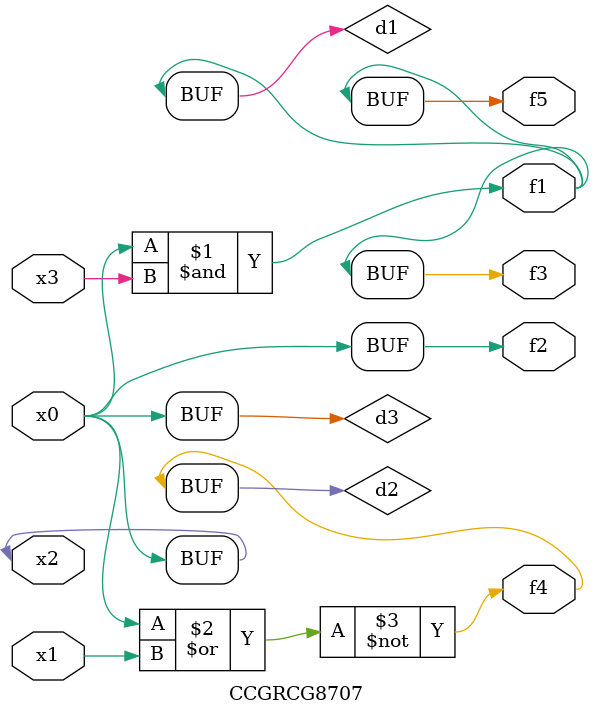
<source format=v>
module CCGRCG8707(
	input x0, x1, x2, x3,
	output f1, f2, f3, f4, f5
);

	wire d1, d2, d3;

	and (d1, x2, x3);
	nor (d2, x0, x1);
	buf (d3, x0, x2);
	assign f1 = d1;
	assign f2 = d3;
	assign f3 = d1;
	assign f4 = d2;
	assign f5 = d1;
endmodule

</source>
